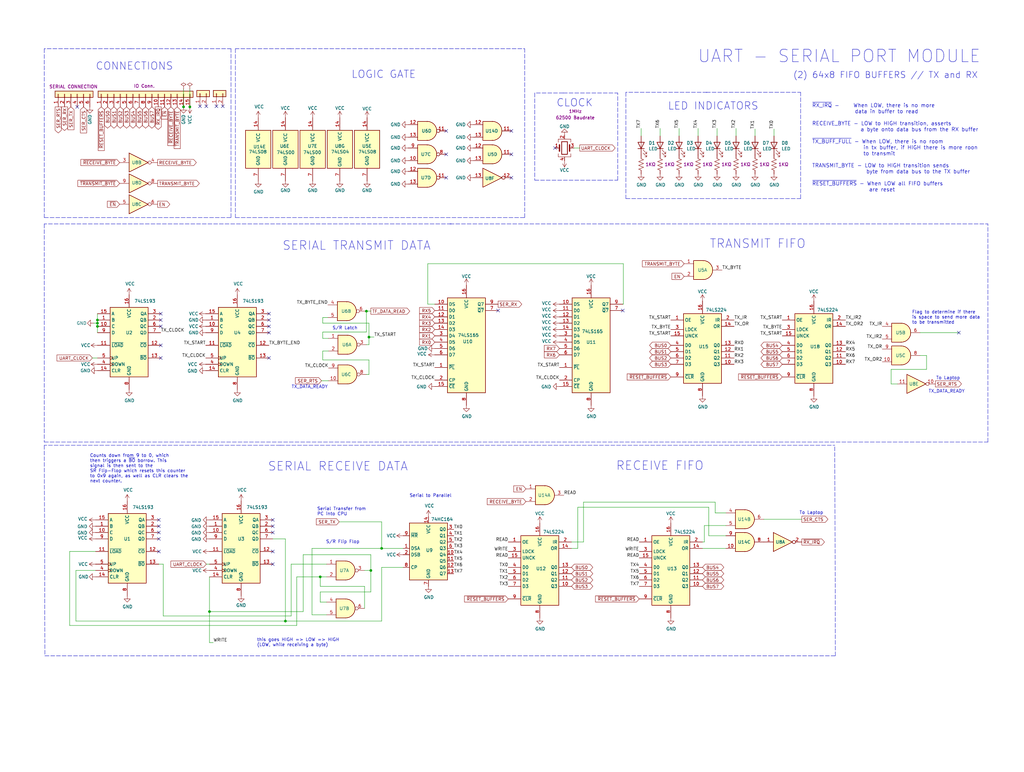
<source format=kicad_sch>
(kicad_sch (version 20211123) (generator eeschema)
  (paper "User" 410.997 310.007)
  (title_block (title "Serial Port (UART)") (date "2022-02-10") (rev "V1") (company "theWickedWebDev/8-bit-computer") (comment 1 "Transmit & Receive w/ FIFO Buffers"))
  (junction (at 147.066 124.968))
  (junction (at 153.162 220.218))
  (junction (at 76.2 42.926))
  (junction (at 148.082 135.382))
  (junction (at 148.844 229.108))
  (junction (at 114.554 249.428))
  (junction (at 39.116 129.794))
  (junction (at 84.074 245.618))
  (junction (at 128.524 231.648))
  (junction (at 39.116 128.524))
  (junction (at 39.116 131.064))
  (junction (at 73.66 42.926))
  (no_connect (at 64.516 143.764))
  (no_connect (at 107.95 143.764))
  (no_connect (at 107.95 128.524))
  (no_connect (at 30.988 42.926))
  (no_connect (at 205.232 52.578))
  (no_connect (at 205.232 71.374))
  (no_connect (at 63.754 213.868))
  (no_connect (at 63.754 208.788))
  (no_connect (at 249.936 124.714))
  (no_connect (at 222.758 59.436))
  (no_connect (at 109.474 211.328))
  (no_connect (at 179.07 52.578))
  (no_connect (at 64.516 125.984))
  (no_connect (at 109.474 221.488))
  (no_connect (at 107.95 133.604))
  (no_connect (at 64.516 131.064))
  (no_connect (at 384.81 133.604))
  (no_connect (at 63.754 221.488))
  (no_connect (at 107.95 125.984))
  (no_connect (at 64.516 128.524))
  (no_connect (at 109.474 213.868))
  (no_connect (at 109.474 208.788))
  (no_connect (at 179.07 71.374))
  (no_connect (at 179.07 61.976))
  (no_connect (at 64.516 138.684))
  (no_connect (at 63.754 216.408))
  (no_connect (at 80.264 42.672))
  (no_connect (at 82.804 42.672))
  (no_connect (at 86.868 42.672))
  (no_connect (at 89.408 42.672))
  (no_connect (at 205.232 61.976))
  (no_connect (at 63.754 211.328))
  (no_connect (at 107.95 131.064))
  (no_connect (at 199.898 124.714))
  (no_connect (at 109.474 226.568))
  (wire (pts (xy 153.162 209.55) (xy 153.162 220.218)))
  (wire (pts (xy 281.94 220.218) (xy 291.338 220.218)))
  (wire (pts (xy 121.666 222.758) (xy 148.844 222.758)))
  (wire (pts (xy 303.022 51.816) (xy 303.022 54.61)))
  (wire (pts (xy 171.704 105.918) (xy 250.19 105.918)))
  (polyline (pts (xy 396.494 177.546) (xy 396.494 89.916)))
  (wire (pts (xy 310.642 51.816) (xy 310.642 54.61)))
  (wire (pts (xy 116.84 226.568) (xy 116.84 247.396)))
  (wire (pts (xy 84.074 231.648) (xy 84.074 245.618)))
  (wire (pts (xy 287.02 205.994) (xy 291.338 205.994)))
  (polyline (pts (xy 116.586 19.558) (xy 94.488 19.558)))
  (wire (pts (xy 37.084 143.764) (xy 39.116 143.764)))
  (wire (pts (xy 63.754 226.568) (xy 65.532 226.568)))
  (polyline (pts (xy 17.78 19.558) (xy 17.78 87.376)))
  (wire (pts (xy 129.54 127.508) (xy 131.572 127.508)))
  (wire (pts (xy 129.54 140.97) (xy 131.826 140.97)))
  (wire (pts (xy 39.116 128.524) (xy 39.116 129.794)))
  (wire (pts (xy 37.592 129.794) (xy 39.116 129.794)))
  (polyline (pts (xy 112.522 178.816) (xy 335.026 178.816)))
  (polyline (pts (xy 226.06 37.338) (xy 214.63 37.338)))
  (wire (pts (xy 369.316 142.748) (xy 371.856 142.748)))
  (wire (pts (xy 153.162 249.428) (xy 114.554 249.428)))
  (wire (pts (xy 147.066 124.968) (xy 146.812 124.968)))
  (polyline (pts (xy 116.332 19.558) (xy 210.566 19.558)))
  (wire (pts (xy 250.19 105.918) (xy 250.19 122.174)))
  (wire (pts (xy 114.554 249.428) (xy 114.554 216.408)))
  (wire (pts (xy 171.704 122.174) (xy 171.704 105.918)))
  (wire (pts (xy 161.798 220.218) (xy 153.162 220.218)))
  (wire (pts (xy 234.188 201.676) (xy 287.02 201.676)))
  (polyline (pts (xy 94.488 87.376) (xy 210.566 87.376)))
  (wire (pts (xy 129.54 135.89) (xy 131.826 135.89)))
  (wire (pts (xy 231.902 203.708) (xy 231.902 220.218)))
  (polyline (pts (xy 214.63 72.39) (xy 247.904 72.39)))
  (polyline (pts (xy 251.206 37.084) (xy 251.206 79.756)))
  (wire (pts (xy 114.554 216.408) (xy 109.474 216.408)))
  (polyline (pts (xy 214.63 37.338) (xy 214.63 72.39)))
  (wire (pts (xy 229.362 217.678) (xy 234.188 217.678)))
  (wire (pts (xy 284.48 215.138) (xy 284.48 203.708)))
  (wire (pts (xy 30.48 249.428) (xy 114.554 249.428)))
  (wire (pts (xy 84.074 245.618) (xy 121.666 245.618)))
  (polyline (pts (xy 94.488 19.558) (xy 94.488 87.376)))
  (wire (pts (xy 147.066 124.968) (xy 148.844 124.968)))
  (wire (pts (xy 153.162 249.428) (xy 153.162 227.838)))
  (wire (pts (xy 272.542 51.562) (xy 272.542 54.61)))
  (wire (pts (xy 231.902 220.218) (xy 229.362 220.218)))
  (wire (pts (xy 282.702 211.074) (xy 291.338 211.074)))
  (wire (pts (xy 295.402 51.562) (xy 295.402 54.61)))
  (wire (pts (xy 147.066 133.35) (xy 129.54 133.35)))
  (wire (pts (xy 174.498 122.174) (xy 171.704 122.174)))
  (wire (pts (xy 148.082 129.794) (xy 148.082 135.382)))
  (wire (pts (xy 129.54 129.794) (xy 129.54 127.508)))
  (wire (pts (xy 65.532 226.568) (xy 65.532 247.396)))
  (wire (pts (xy 27.94 251.206) (xy 119.126 251.206)))
  (polyline (pts (xy 251.206 79.756) (xy 321.31 79.756)))
  (wire (pts (xy 119.126 231.648) (xy 128.524 231.648)))
  (wire (pts (xy 148.844 229.108) (xy 148.844 237.744)))
  (wire (pts (xy 27.94 221.488) (xy 27.94 251.206)))
  (polyline (pts (xy 52.578 19.558) (xy 17.78 19.558)))
  (wire (pts (xy 73.66 35.814) (xy 73.66 42.926)))
  (wire (pts (xy 357.632 148.336) (xy 357.632 154.178)))
  (wire (pts (xy 125.222 246.888) (xy 131.064 246.888)))
  (polyline (pts (xy 18.034 263.398) (xy 335.28 263.398)))
  (wire (pts (xy 230.378 59.436) (xy 232.664 59.436)))
  (wire (pts (xy 371.856 148.336) (xy 357.632 148.336)))
  (wire (pts (xy 84.074 258.064) (xy 85.598 258.064)))
  (wire (pts (xy 321.818 208.534) (xy 306.578 208.534)))
  (wire (pts (xy 234.188 217.678) (xy 234.188 201.676)))
  (wire (pts (xy 121.666 245.618) (xy 121.666 222.758)))
  (polyline (pts (xy 226.06 37.338) (xy 247.904 37.338)))
  (wire (pts (xy 146.304 229.108) (xy 148.844 229.108)))
  (wire (pts (xy 282.702 217.678) (xy 282.702 211.074)))
  (wire (pts (xy 128.524 231.648) (xy 131.064 231.648)))
  (wire (pts (xy 287.782 51.562) (xy 287.782 54.61)))
  (wire (pts (xy 280.162 51.562) (xy 280.162 54.61)))
  (polyline (pts (xy 17.78 89.916) (xy 17.78 177.546)))
  (wire (pts (xy 287.02 201.676) (xy 287.02 205.994)))
  (polyline (pts (xy 17.78 178.816) (xy 18.034 263.398)))
  (wire (pts (xy 129.54 133.35) (xy 129.54 135.89)))
  (wire (pts (xy 125.222 220.218) (xy 153.162 220.218)))
  (polyline (pts (xy 321.31 79.756) (xy 321.31 37.084)))
  (wire (pts (xy 250.19 122.174) (xy 249.936 122.174)))
  (wire (pts (xy 148.082 135.382) (xy 148.082 138.43)))
  (wire (pts (xy 129.54 144.526) (xy 148.082 144.526)))
  (wire (pts (xy 146.304 235.458) (xy 128.524 235.458)))
  (polyline (pts (xy 335.28 263.398) (xy 335.026 178.816)))
  (wire (pts (xy 136.144 209.55) (xy 153.162 209.55)))
  (wire (pts (xy 128.524 235.458) (xy 128.524 231.648)))
  (wire (pts (xy 129.032 152.908) (xy 131.826 152.908)))
  (wire (pts (xy 148.844 229.108) (xy 148.844 222.758)))
  (wire (pts (xy 369.316 133.604) (xy 384.81 133.604)))
  (wire (pts (xy 147.066 150.368) (xy 148.082 150.368)))
  (polyline (pts (xy 17.78 87.376) (xy 92.71 87.376)))
  (wire (pts (xy 264.922 51.562) (xy 264.922 54.61)))
  (wire (pts (xy 147.066 124.968) (xy 147.066 133.35)))
  (polyline (pts (xy 210.566 87.376) (xy 210.566 19.558)))
  (wire (pts (xy 257.302 51.562) (xy 257.302 54.61)))
  (wire (pts (xy 76.2 35.814) (xy 76.2 42.926)))
  (wire (pts (xy 148.082 129.794) (xy 129.54 129.794)))
  (polyline (pts (xy 112.522 178.816) (xy 17.78 178.816)))
  (wire (pts (xy 284.48 215.138) (xy 291.338 215.138)))
  (polyline (pts (xy 17.78 177.546) (xy 396.494 177.546)))
  (wire (pts (xy 282.702 217.678) (xy 281.94 217.678)))
  (polyline (pts (xy 92.71 87.376) (xy 92.71 19.558)))
  (wire (pts (xy 371.856 142.748) (xy 371.856 148.336)))
  (wire (pts (xy 128.524 241.808) (xy 131.064 241.808)))
  (polyline (pts (xy 247.904 72.39) (xy 247.904 37.338)))
  (polyline (pts (xy 52.324 19.558) (xy 92.71 19.558)))
  (wire (pts (xy 148.082 144.526) (xy 148.082 150.368)))
  (wire (pts (xy 357.632 154.178) (xy 360.172 154.178)))
  (wire (pts (xy 284.48 203.708) (xy 231.902 203.708)))
  (wire (pts (xy 39.116 125.984) (xy 39.116 128.524)))
  (wire (pts (xy 116.84 226.568) (xy 131.064 226.568)))
  (wire (pts (xy 148.082 135.382) (xy 150.114 135.382)))
  (polyline (pts (xy 283.464 37.084) (xy 321.31 37.084)))
  (wire (pts (xy 128.524 237.744) (xy 128.524 241.808)))
  (wire (pts (xy 153.162 227.838) (xy 161.798 227.838)))
  (polyline (pts (xy 283.718 37.084) (xy 251.206 37.084)))
  (wire (pts (xy 148.844 237.744) (xy 128.524 237.744)))
  (wire (pts (xy 39.116 129.794) (xy 39.116 131.064)))
  (polyline (pts (xy 180.594 89.916) (xy 396.494 89.916)))
  (wire (pts (xy 125.222 220.218) (xy 125.222 246.888)))
  (wire (pts (xy 82.804 226.568) (xy 84.074 226.568)))
  (polyline (pts (xy 181.102 89.916) (xy 17.78 89.916)))
  (wire (pts (xy 30.48 229.108) (xy 30.48 249.428)))
  (wire (pts (xy 146.304 244.348) (xy 146.304 235.458)))
  (wire (pts (xy 38.354 229.108) (xy 30.48 229.108)))
  (wire (pts (xy 38.354 221.488) (xy 27.94 221.488)))
  (wire (pts (xy 39.116 131.064) (xy 39.116 133.604)))
  (wire (pts (xy 84.074 245.618) (xy 84.074 258.064)))
  (wire (pts (xy 119.126 251.206) (xy 119.126 231.648)))
  (wire (pts (xy 147.066 138.43) (xy 148.082 138.43)))
  (wire (pts (xy 65.532 247.396) (xy 116.84 247.396)))
  (wire (pts (xy 129.54 144.526) (xy 129.54 140.97)))
  (text "S/R Latch" (at 143.51 132.588 180) (effects (font (size 1.27 1.27)) (justify right bottom)))
  (text "TRANSMIT FIFO" (at 284.734 100.076 0) (effects (font (size 3.5 3.5)) (justify left bottom)))
  (text "~{RX_IRQ} -     When LOW, there is no more\n               data in buffer to read\n\nRECEIVE_BYTE - LOW to HIGH transition, asserts\n                 a byte onto data bus from the RX buffer\n\n~{TX_BUFF_FULL} - When LOW, there is no room\n                  in tx buffer, if HIGH there is more roon\n                  to transmit\n\nTRANSMIT_BYTE - LOW to HIGH transition sends \n                   byte from data bus to the TX buffer\n\n~{RESET_BUFFERS} - When LOW all FIFO buffers\n                    are reset" (at 325.882 77.216 0) (effects (font (size 1.5 1.5)) (justify left bottom)))
  (text "Serial Transfer from\nPC into CPU" (at 127.254 207.264 0) (effects (font (size 1.27 1.27)) (justify left bottom)))
  (text "TX_DATA_READY" (at 372.618 157.988 0) (effects (font (size 1.27 1.27)) (justify left bottom)))
  (text "RECEIVE FIFO" (at 247.142 189.23 0) (effects (font (size 3.5 3.5)) (justify left bottom)))
  (text "To Laptop" (at 320.802 206.756 0) (effects (font (size 1.27 1.27)) (justify left bottom)))
  (text "S/R Flip Flop" (at 130.81 218.44 0) (effects (font (size 1.27 1.27)) (justify left bottom)))
  (text "To Laptop" (at 375.666 152.654 0) (effects (font (size 1.27 1.27)) (justify left bottom)))
  (text "Serial to Parallel" (at 164.338 199.898 0) (effects (font (size 1.27 1.27)) (justify left bottom)))
  (text "TX_DATA_READY" (at 131.572 156.21 180) (effects (font (size 1.27 1.27)) (justify right bottom)))
  (text "Counts down from 9 to 0, which\nthen triggers a ~{BO} borrow. This\nsignal is then sent to the \nSR Flip-Flop which resets this counter\nto 0x9 again, as well as CLR clears the\nnext counter." (at 36.068 194.056 0) (effects (font (size 1.27 1.27)) (justify left bottom)))
  (text "SERIAL RECEIVE DATA" (at 107.442 189.484 0) (effects (font (size 3.5 3.5)) (justify left bottom)))
  (text "this goes HIGH => LOW => HIGH\n(LOW, while receiving a byte)" (at 103.124 259.842 0) (effects (font (size 1.27 1.27)) (justify left bottom)))
  (text "LED INDICATORS" (at 267.97 44.45 0) (effects (font (size 3 3)) (justify left bottom)))
  (text "SERIAL TRANSMIT DATA" (at 113.284 100.838 0) (effects (font (size 3.5 3.5)) (justify left bottom)))
  (text "UART - SERIAL PORT MODULE" (at 279.908 25.654 0) (effects (font (size 5 5)) (justify left bottom)))
  (text "Flag to determine if there\nis space to send more data\nto be transmitted" (at 366.014 130.302 0) (effects (font (size 1.27 1.27)) (justify left bottom)))
  (text "(2) 64x8 FIFO BUFFERS // TX and RX" (at 318.262 31.75 0) (effects (font (size 2.5 2.5)) (justify left bottom)))
  (text "CONNECTIONS" (at 38.354 28.448 0) (effects (font (size 3 3)) (justify left bottom)))
  (text "CLOCK" (at 223.266 43.18 0) (effects (font (size 3 3)) (justify left bottom)))
  (text "LOGIC GATE" (at 140.97 31.75 0) (effects (font (size 3 3)) (justify left bottom)))
  (label "TX_START" (at 174.498 147.574 180))
  (label "TX_START" (at 224.536 147.574 180))
  (label "TX4" (at 256.54 227.838 180))
  (label "RX2" (at 294.64 143.764 0))
  (label "READ" (at 256.54 217.678 180))
  (label "TX_OR2" (at 339.344 131.064 0))
  (label "TX0" (at 203.962 227.838 180))
  (label "READ" (at 203.962 224.028 180))
  (label "TX_BYTE_END" (at 107.95 138.684 0))
  (label "TX5" (at 182.118 225.298 0))
  (label "TX4" (at 182.118 222.758 0))
  (label "TX3" (at 182.118 220.218 0))
  (label "TX7" (at 257.302 51.562 90))
  (label "RX7" (at 339.344 146.304 0))
  (label "TX7" (at 256.54 235.458 180))
  (label "TX4" (at 280.162 51.562 90))
  (label "WRITE" (at 85.598 258.064 0))
  (label "TX3" (at 287.782 51.562 90))
  (label "TX6" (at 256.54 232.918 180))
  (label "RX5" (at 339.344 141.224 0))
  (label "WRITE" (at 203.962 221.488 180))
  (label "TX_START" (at 150.114 135.382 0))
  (label "TX_OR" (at 354.076 140.208 180))
  (label "TX_BYTE" (at 269.24 132.334 180))
  (label "READ" (at 226.314 198.882 0))
  (label "TX3" (at 203.962 235.458 180))
  (label "TX6" (at 264.922 51.562 90))
  (label "READ" (at 256.54 224.028 180))
  (label "TX1" (at 203.962 230.378 180))
  (label "TX5" (at 272.542 51.562 90))
  (label "TX2" (at 295.402 51.562 90))
  (label "TX_CLOCK" (at 64.516 133.604 0))
  (label "TX_IR" (at 354.076 131.064 180))
  (label "WRITE" (at 256.54 221.488 180))
  (label "READ" (at 203.962 217.678 180))
  (label "RX3" (at 294.64 146.304 0))
  (label "TX_OR2" (at 354.076 145.288 180))
  (label "RX6" (at 339.344 143.764 0))
  (label "RX1" (at 294.64 141.224 0))
  (label "TX_IR2" (at 339.344 128.524 0))
  (label "TX_CLOCK" (at 82.55 143.764 180))
  (label "TX5" (at 256.54 230.378 180))
  (label "TX_CLOCK" (at 224.536 152.654 180))
  (label "TX0" (at 310.642 51.816 90))
  (label "TX_START" (at 313.944 134.874 180))
  (label "TX1" (at 303.022 51.816 90))
  (label "TX_IR2" (at 354.076 136.144 180))
  (label "TX7" (at 182.118 230.378 0))
  (label "TX_CLOCK" (at 131.826 147.828 180))
  (label "TX_BYTE" (at 313.944 132.334 180))
  (label "TX_START" (at 82.55 138.684 180))
  (label "TX1" (at 182.118 215.138 0))
  (label "TX_START" (at 269.24 128.524 180))
  (label "TX0" (at 182.118 212.598 0))
  (label "TX_BYTE" (at 289.814 108.458 0))
  (label "TX_BYTE_END" (at 131.572 122.428 180))
  (label "TX2" (at 182.118 217.678 0))
  (label "RX4" (at 339.344 138.684 0))
  (label "TX_START" (at 269.24 134.874 180))
  (label "TX_CLOCK" (at 174.498 152.654 180))
  (label "TX_IR" (at 294.64 128.524 0))
  (label "RX0" (at 294.64 138.684 0))
  (label "TX_OR" (at 294.64 131.064 0))
  (label "TX2" (at 203.962 232.918 180))
  (label "TX_START" (at 313.944 128.524 180))
  (label "TX6" (at 182.118 227.838 0))
  (global_label "TRANSMIT_BYTE" (shape output) (at 63.246 73.66 0) (property "Intersheet References" "${INTERSHEET_REFS}" (effects hide)))
  (global_label "~{RESET_BUFFERS}" (shape input) (at 40.64 42.926 270) (property "Intersheet References" "${INTERSHEET_REFS}" (effects hide)))
  (global_label "BUS0" (shape tri_state) (at 43.18 42.926 270) (property "Intersheet References" "${INTERSHEET_REFS}" (effects hide)))
  (global_label "BUS4" (shape tri_state) (at 281.94 227.838 0) (property "Intersheet References" "${INTERSHEET_REFS}" (effects hide)))
  (global_label "~{RX_IRQ}" (shape output) (at 63.5 42.926 270) (property "Intersheet References" "${INTERSHEET_REFS}" (effects hide)))
  (global_label "UART_CLOCK" (shape output) (at 232.664 59.436 0) (property "Intersheet References" "${INTERSHEET_REFS}" (effects hide)))
  (global_label "BUS4" (shape tri_state) (at 313.944 138.684 180) (property "Intersheet References" "${INTERSHEET_REFS}" (effects hide)))
  (global_label "BUS0" (shape tri_state) (at 269.24 138.684 180) (property "Intersheet References" "${INTERSHEET_REFS}" (effects hide)))
  (global_label "BUS7" (shape tri_state) (at 60.96 42.926 270) (property "Intersheet References" "${INTERSHEET_REFS}" (effects hide)))
  (global_label "TRANSMIT_BYTE" (shape input) (at 274.574 105.918 180) (property "Intersheet References" "${INTERSHEET_REFS}" (effects hide)))
  (global_label "BUS6" (shape tri_state) (at 58.42 42.926 270) (property "Intersheet References" "${INTERSHEET_REFS}" (effects hide)))
  (global_label "BUS3" (shape tri_state) (at 50.8 42.926 270) (property "Intersheet References" "${INTERSHEET_REFS}" (effects hide)))
  (global_label "~{RESET_BUFFERS}" (shape input) (at 256.54 240.538 180) (property "Intersheet References" "${INTERSHEET_REFS}" (effects hide)))
  (global_label "UART_CLOCK" (shape input) (at 82.804 226.568 180) (property "Intersheet References" "${INTERSHEET_REFS}" (effects hide)))
  (global_label "RX7" (shape input) (at 224.536 139.954 180) (property "Intersheet References" "${INTERSHEET_REFS}" (effects hide)))
  (global_label "BUS5" (shape tri_state) (at 55.88 42.926 270) (property "Intersheet References" "${INTERSHEET_REFS}" (effects hide)))
  (global_label "EN" (shape output) (at 63.246 82.042 0) (property "Intersheet References" "${INTERSHEET_REFS}" (effects hide)))
  (global_label "RX5" (shape input) (at 174.498 124.714 180) (property "Intersheet References" "${INTERSHEET_REFS}" (effects hide)))
  (global_label "EN" (shape input) (at 274.574 110.998 180) (property "Intersheet References" "${INTERSHEET_REFS}" (effects hide)))
  (global_label "SER_RTS" (shape input) (at 129.032 152.908 180) (property "Intersheet References" "${INTERSHEET_REFS}" (effects hide)))
  (global_label "BUS1" (shape tri_state) (at 229.362 230.378 0) (property "Intersheet References" "${INTERSHEET_REFS}" (effects hide)))
  (global_label "RECEIVE_BYTE" (shape output) (at 63.246 65.278 0) (property "Intersheet References" "${INTERSHEET_REFS}" (effects hide)))
  (global_label "BUS5" (shape tri_state) (at 281.94 230.378 0) (property "Intersheet References" "${INTERSHEET_REFS}" (effects hide)))
  (global_label "SER_CTS" (shape input) (at 33.528 42.926 270) (property "Intersheet References" "${INTERSHEET_REFS}" (effects hide)))
  (global_label "BUS5" (shape tri_state) (at 313.944 141.224 180) (property "Intersheet References" "${INTERSHEET_REFS}" (effects hide)))
  (global_label "~{RX_IRQ}" (shape output) (at 321.818 217.678 0) (property "Intersheet References" "${INTERSHEET_REFS}" (effects hide)))
  (global_label "BUS6" (shape tri_state) (at 313.944 143.764 180) (property "Intersheet References" "${INTERSHEET_REFS}" (effects hide)))
  (global_label "BUS6" (shape tri_state) (at 281.94 232.918 0) (property "Intersheet References" "${INTERSHEET_REFS}" (effects hide)))
  (global_label "SER_RTS" (shape output) (at 23.368 42.926 270) (property "Intersheet References" "${INTERSHEET_REFS}" (effects hide)))
  (global_label "SER_RTS" (shape output) (at 375.412 154.178 0) (property "Intersheet References" "${INTERSHEET_REFS}" (effects hide)))
  (global_label "~{EN}" (shape input) (at 48.006 82.042 180) (property "Intersheet References" "${INTERSHEET_REFS}" (effects hide)))
  (global_label "BUS2" (shape tri_state) (at 269.24 143.764 180) (property "Intersheet References" "${INTERSHEET_REFS}" (effects hide)))
  (global_label "BUS7" (shape tri_state) (at 281.94 235.458 0) (property "Intersheet References" "${INTERSHEET_REFS}" (effects hide)))
  (global_label "~{RECEIVE_BYTE}" (shape input) (at 48.006 65.278 180) (property "Intersheet References" "${INTERSHEET_REFS}" (effects hide)))
  (global_label "EN" (shape input) (at 211.074 196.342 180) (property "Intersheet References" "${INTERSHEET_REFS}" (effects hide)))
  (global_label "RX6" (shape input) (at 224.536 142.494 180) (property "Intersheet References" "${INTERSHEET_REFS}" (effects hide)))
  (global_label "~{RECEIVE_BYTE}" (shape input) (at 68.58 42.926 270) (property "Intersheet References" "${INTERSHEET_REFS}" (effects hide)))
  (global_label "TF_DATA_READ" (shape output) (at 148.844 124.968 0) (property "Intersheet References" "${INTERSHEET_REFS}" (effects hide)))
  (global_label "SER_RX" (shape output) (at 199.898 122.174 0) (property "Intersheet References" "${INTERSHEET_REFS}" (effects hide)))
  (global_label "RX4" (shape input) (at 174.498 127.254 180) (property "Intersheet References" "${INTERSHEET_REFS}" (effects hide)))
  (global_label "SER_CTS" (shape output) (at 321.818 208.534 0) (property "Intersheet References" "${INTERSHEET_REFS}" (effects hide)))
  (global_label "BUS2" (shape tri_state) (at 229.362 232.918 0) (property "Intersheet References" "${INTERSHEET_REFS}" (effects hide)))
  (global_label "RX0" (shape input) (at 174.498 137.414 180) (property "Intersheet References" "${INTERSHEET_REFS}" (effects hide)))
  (global_label "~{RESET_BUFFERS}" (shape input) (at 269.24 151.384 180) (property "Intersheet References" "${INTERSHEET_REFS}" (effects hide)))
  (global_label "RX2" (shape input) (at 174.498 132.334 180) (property "Intersheet References" "${INTERSHEET_REFS}" (effects hide)))
  (global_label "SER_TX" (shape input) (at 28.448 42.926 270) (property "Intersheet References" "${INTERSHEET_REFS}" (effects hide)))
  (global_label "BUS3" (shape tri_state) (at 229.362 235.458 0) (property "Intersheet References" "${INTERSHEET_REFS}" (effects hide)))
  (global_label "~{RESET_BUFFERS}" (shape input) (at 313.944 151.384 180) (property "Intersheet References" "${INTERSHEET_REFS}" (effects hide)))
  (global_label "RECEIVE_BYTE" (shape input) (at 211.074 201.422 180) (property "Intersheet References" "${INTERSHEET_REFS}" (effects hide)))
  (global_label "BUS1" (shape tri_state) (at 45.72 42.926 270) (property "Intersheet References" "${INTERSHEET_REFS}" (effects hide)))
  (global_label "UART_CLOCK" (shape input) (at 37.084 143.764 180) (property "Intersheet References" "${INTERSHEET_REFS}" (effects hide)))
  (global_label "BUS0" (shape tri_state) (at 229.362 227.838 0) (property "Intersheet References" "${INTERSHEET_REFS}" (effects hide)))
  (global_label "SER_RX" (shape output) (at 25.908 42.926 270) (property "Intersheet References" "${INTERSHEET_REFS}" (effects hide)))
  (global_label "~{TRANSMIT_BYTE}" (shape input) (at 48.006 73.66 180) (property "Intersheet References" "${INTERSHEET_REFS}" (effects hide)))
  (global_label "BUS2" (shape tri_state) (at 48.26 42.926 270) (property "Intersheet References" "${INTERSHEET_REFS}" (effects hide)))
  (global_label "BUS3" (shape tri_state) (at 269.24 146.304 180) (property "Intersheet References" "${INTERSHEET_REFS}" (effects hide)))
  (global_label "RX3" (shape input) (at 174.498 129.794 180) (property "Intersheet References" "${INTERSHEET_REFS}" (effects hide)))
  (global_label "~{RESET_BUFFERS}" (shape input) (at 203.962 240.538 180) (property "Intersheet References" "${INTERSHEET_REFS}" (effects hide)))
  (global_label "RX1" (shape input) (at 174.498 134.874 180) (property "Intersheet References" "${INTERSHEET_REFS}" (effects hide)))
  (global_label "SER_TX" (shape input) (at 136.144 209.55 180) (property "Intersheet References" "${INTERSHEET_REFS}" (effects hide)))
  (global_label "~{EN}" (shape input) (at 66.04 42.926 270) (property "Intersheet References" "${INTERSHEET_REFS}" (effects hide)))
  (global_label "BUS7" (shape tri_state) (at 313.944 146.304 180) (property "Intersheet References" "${INTERSHEET_REFS}" (effects hide)))
  (global_label "BUS4" (shape tri_state) (at 53.34 42.926 270) (property "Intersheet References" "${INTERSHEET_REFS}" (effects hide)))
  (global_label "BUS1" (shape tri_state) (at 269.24 141.224 180) (property "Intersheet References" "${INTERSHEET_REFS}" (effects hide)))
  (global_label "~{TRANSMIT_BYTE}" (shape input) (at 71.12 42.926 270) (property "Intersheet References" "${INTERSHEET_REFS}" (effects hide)))
  (symbol (lib_id "74xx:74LS193") (at 51.816 136.144 0) (unit 1)
    (property "Reference" "U2" (at 51.816 133.604 0))
    (property "Value" "74LS193" (at 58.166 120.904 0))
    (property "Footprint" "Package_SO:TSSOP-16_4.4x5mm_P0.65mm" (effects hide))
    (property "Datasheet" "http://www.ti.com/lit/ds/symlink/sn74ls193.pdf" (effects hide))
  )
  (symbol (lib_id "74xx:74LS165") (at 187.198 137.414 0) (unit 1)
    (property "Reference" "U10" (at 187.706 137.16 0))
    (property "Value" "74LS165" (at 187.96 134.62 0))
    (property "Footprint" "Package_SO:TSSOP-16_4.4x5mm_P0.65mm" (effects hide))
    (property "Datasheet" "https://www.ti.com/lit/ds/symlink/sn74ls165a.pdf" (effects hide))
  )
  (symbol (lib_id "power:VCC") (at 51.816 118.364 0) (unit 1)
    (property "Reference" "#PWR016" (effects hide))
    (property "Value" "VCC" (at 52.197 113.9698 0))
  )
  (symbol (lib_id "power:GND") (at 51.816 156.464 0) (unit 1)
    (property "Reference" "#PWR017" (effects hide))
    (property "Value" "GND" (at 51.943 160.8582 0))
  )
  (symbol (lib_id "74xx:74LS193") (at 95.25 136.144 0) (unit 1)
    (property "Reference" "U4" (at 95.25 133.604 0))
    (property "Value" "74LS193" (at 101.6 120.904 0))
    (property "Footprint" "Package_SO:TSSOP-16_4.4x5mm_P0.65mm" (effects hide))
    (property "Datasheet" "http://www.ti.com/lit/ds/symlink/sn74ls193.pdf" (effects hide))
  )
  (symbol (lib_id "power:VCC") (at 95.25 118.364 0) (unit 1)
    (property "Reference" "#PWR032" (effects hide))
    (property "Value" "VCC" (at 95.631 113.9698 0))
  )
  (symbol (lib_id "power:GND") (at 95.25 156.464 0) (unit 1)
    (property "Reference" "#PWR033" (effects hide))
    (property "Value" "GND" (at 95.377 160.8582 0))
  )
  (symbol (lib_id "power:VCC") (at 82.55 146.304 90) (unit 1)
    (property "Reference" "#PWR028" (effects hide))
    (property "Value" "VCC" (at 79.248 146.304 90) (effects (justify left)))
  )
  (symbol (lib_id "power:VCC") (at 39.116 146.304 90) (unit 1)
    (property "Reference" "#PWR010" (effects hide))
    (property "Value" "VCC" (at 36.322 146.304 90) (effects (justify left)))
  )
  (symbol (lib_id "power:GND") (at 39.116 148.844 270) (unit 1)
    (property "Reference" "#PWR011" (effects hide))
    (property "Value" "GND" (at 36.322 148.844 90) (effects (justify right)))
  )
  (symbol (lib_id "power:VCC") (at 39.116 138.684 90) (unit 1)
    (property "Reference" "#PWR09" (effects hide))
    (property "Value" "VCC" (at 36.322 138.684 90) (effects (justify left)))
  )
  (symbol (lib_id "power:GND") (at 187.198 162.814 0) (unit 1)
    (property "Reference" "#PWR057" (effects hide))
    (property "Value" "GND" (at 187.325 167.2082 0))
  )
  (symbol (lib_id "power:VCC") (at 187.198 114.554 0) (unit 1)
    (property "Reference" "#PWR056" (effects hide))
    (property "Value" "VCC" (at 187.198 110.998 0))
  )
  (symbol (lib_id "74xx:74LS165") (at 237.236 137.414 0) (unit 1)
    (property "Reference" "U11" (at 237.236 137.414 0))
    (property "Value" "74LS165" (at 237.744 133.096 0))
    (property "Footprint" "Package_SO:TSSOP-16_4.4x5mm_P0.65mm" (effects hide))
    (property "Datasheet" "https://www.ti.com/lit/ds/symlink/sn74ls165a.pdf" (effects hide))
  )
  (symbol (lib_id "power:GND") (at 237.236 162.814 0) (unit 1)
    (property "Reference" "#PWR071" (effects hide))
    (property "Value" "GND" (at 237.363 167.2082 0))
  )
  (symbol (lib_id "power:VCC") (at 237.236 114.554 0) (unit 1)
    (property "Reference" "#PWR070" (effects hide))
    (property "Value" "VCC" (at 237.236 110.998 0))
  )
  (symbol (lib_id "power:VCC") (at 174.498 142.494 90) (unit 1)
    (property "Reference" "#PWR052" (effects hide))
    (property "Value" "VCC" (at 171.2722 142.113 90) (effects (justify left)))
  )
  (symbol (lib_id "power:VCC") (at 224.536 122.174 90) (unit 1)
    (property "Reference" "#PWR060" (effects hide))
    (property "Value" "VCC" (at 221.2848 121.793 90) (effects (justify left)))
  )
  (symbol (lib_id "power:GND") (at 174.498 155.194 270) (unit 1)
    (property "Reference" "#PWR053" (effects hide))
    (property "Value" "GND" (at 171.2468 155.321 90) (effects (justify right)))
  )
  (symbol (lib_id "power:GND") (at 224.536 155.194 270) (unit 1)
    (property "Reference" "#PWR067" (effects hide))
    (property "Value" "GND" (at 221.2848 155.321 90) (effects (justify right)))
  )
  (symbol (lib_id "power:VCC") (at 224.536 134.874 90) (unit 1)
    (property "Reference" "#PWR065" (effects hide))
    (property "Value" "VCC" (at 221.3102 134.493 90) (effects (justify left)))
  )
  (symbol (lib_id "power:VCC") (at 224.536 124.714 90) (unit 1)
    (property "Reference" "#PWR061" (effects hide))
    (property "Value" "VCC" (at 221.2848 124.333 90) (effects (justify left)))
  )
  (symbol (lib_id "power:VCC") (at 224.536 127.254 90) (unit 1)
    (property "Reference" "#PWR062" (effects hide))
    (property "Value" "VCC" (at 221.2848 126.873 90) (effects (justify left)))
  )
  (symbol (lib_id "power:VCC") (at 224.536 129.794 90) (unit 1)
    (property "Reference" "#PWR063" (effects hide))
    (property "Value" "VCC" (at 221.2848 129.413 90) (effects (justify left)))
  )
  (symbol (lib_id "power:VCC") (at 224.536 132.334 90) (unit 1)
    (property "Reference" "#PWR064" (effects hide))
    (property "Value" "VCC" (at 221.2848 131.953 90) (effects (justify left)))
  )
  (symbol (lib_id "Connector_Generic:Conn_01x15") (at 58.42 37.846 90) (unit 1)
    (property "Reference" "J2" (effects hide))
    (property "Value" "Conn_01x15" (effects hide))
    (property "Footprint" "Connector_PinHeader_2.54mm:PinHeader_1x15_P2.54mm_Vertical" (effects hide))
    (property "Field4" "IO Conn." (at 57.912 34.544 90))
  )
  (symbol (lib_id "power:VCC") (at 76.2 42.926 180) (unit 1)
    (property "Reference" "#PWR013" (effects hide))
    (property "Value" "VCC" (at 76.2 48.006 90))
  )
  (symbol (lib_id "power:GND") (at 73.66 42.926 0) (unit 1)
    (property "Reference" "#PWR012" (effects hide))
    (property "Value" "GND" (at 73.66 48.006 90))
  )
  (symbol (lib_id "power:PWR_FLAG") (at 76.2 35.814 0) (unit 1)
    (property "Reference" "#FLG02" (effects hide))
    (property "Value" "PWR_FLAG" (effects hide))
  )
  (symbol (lib_id "power:PWR_FLAG") (at 73.66 35.814 0) (unit 1)
    (property "Reference" "#FLG01" (effects hide))
    (property "Value" "PWR_FLAG" (effects hide))
  )
  (symbol (lib_id "74xx:74LS00") (at 139.446 138.43 0) (unit 1)
    (property "Reference" "U6" (at 139.192 138.43 0))
    (property "Value" "74LS00" (effects hide))
    (property "Footprint" "Package_SO:TSSOP-14_4.4x5mm_P0.65mm" (effects hide))
    (property "Datasheet" "http://www.ti.com/lit/gpn/sn74ls00" (effects hide))
  )
  (symbol (lib_id "74xx:74LS00") (at 139.192 124.968 0) (unit 2)
    (property "Reference" "U6" (at 138.938 124.968 0))
    (property "Value" "74LS00" (effects hide))
    (property "Footprint" "Package_SO:TSSOP-14_4.4x5mm_P0.65mm" (effects hide))
    (property "Datasheet" "http://www.ti.com/lit/gpn/sn74ls00" (effects hide))
  )
  (symbol (lib_id "74xx:74LS00") (at 114.554 59.944 0) (unit 5)
    (property "Reference" "U6" (at 112.268 58.674 0) (effects (justify left)))
    (property "Value" "74LS00" (at 110.998 61.214 0) (effects (justify left)))
    (property "Footprint" "Package_SO:TSSOP-14_4.4x5mm_P0.65mm" (effects hide))
    (property "Datasheet" "http://www.ti.com/lit/gpn/sn74ls00" (effects hide))
  )
  (symbol (lib_id "power:VCC") (at 114.554 47.244 0) (unit 1)
    (property "Reference" "#PWR036" (effects hide))
    (property "Value" "VCC" (at 114.554 43.434 0))
  )
  (symbol (lib_id "power:GND") (at 114.554 72.644 0) (unit 1)
    (property "Reference" "#PWR037" (effects hide))
    (property "Value" "GND" (at 114.554 76.454 0))
  )
  (symbol (lib_id "74xx:74LS00") (at 139.446 150.368 0) (unit 3)
    (property "Reference" "U6" (at 138.938 150.368 0))
    (property "Value" "74LS00" (effects hide))
    (property "Footprint" "Package_SO:TSSOP-14_4.4x5mm_P0.65mm" (effects hide))
    (property "Datasheet" "http://www.ti.com/lit/gpn/sn74ls00" (effects hide))
  )
  (symbol (lib_id "74xx:74LS193") (at 51.054 218.948 0) (unit 1)
    (property "Reference" "U1" (at 51.054 216.408 0))
    (property "Value" "74LS193" (at 57.404 203.708 0))
    (property "Footprint" "Package_SO:TSSOP-16_4.4x5mm_P0.65mm" (effects hide))
    (property "Datasheet" "http://www.ti.com/lit/ds/symlink/sn74ls193.pdf" (effects hide))
  )
  (symbol (lib_id "power:VCC") (at 51.054 201.168 0) (unit 1)
    (property "Reference" "#PWR014" (effects hide))
    (property "Value" "VCC" (at 51.435 196.7738 0))
  )
  (symbol (lib_id "power:GND") (at 51.054 239.268 0) (unit 1)
    (property "Reference" "#PWR015" (effects hide))
    (property "Value" "GND" (at 51.181 243.6622 0))
  )
  (symbol (lib_id "power:GND") (at 38.354 211.328 270) (unit 1)
    (property "Reference" "#PWR03" (effects hide))
    (property "Value" "GND" (at 35.1028 211.455 90) (effects (justify right)))
  )
  (symbol (lib_id "74xx:74LS193") (at 96.774 218.948 0) (unit 1)
    (property "Reference" "U3" (at 96.774 216.408 0))
    (property "Value" "74LS193" (at 103.124 203.708 0))
    (property "Footprint" "Package_SO:TSSOP-16_4.4x5mm_P0.65mm" (effects hide))
    (property "Datasheet" "http://www.ti.com/lit/ds/symlink/sn74ls193.pdf" (effects hide))
  )
  (symbol (lib_id "power:VCC") (at 96.774 201.168 0) (unit 1)
    (property "Reference" "#PWR030" (effects hide))
    (property "Value" "VCC" (at 97.155 196.7738 0))
  )
  (symbol (lib_id "power:GND") (at 96.774 239.268 0) (unit 1)
    (property "Reference" "#PWR031" (effects hide))
    (property "Value" "GND" (at 96.774 243.078 0))
  )
  (symbol (lib_id "power:VCC") (at 38.354 226.568 90) (unit 1)
    (property "Reference" "#PWR06" (effects hide))
    (property "Value" "VCC" (at 35.306 226.568 90) (effects (justify left)))
  )
  (symbol (lib_id "power:VCC") (at 38.354 216.408 90) (unit 1)
    (property "Reference" "#PWR05" (effects hide))
    (property "Value" "VCC" (at 35.1282 216.027 90) (effects (justify left)))
  )
  (symbol (lib_id "power:GND") (at 38.354 213.868 270) (unit 1)
    (property "Reference" "#PWR04" (effects hide))
    (property "Value" "GND" (at 35.1028 213.995 90) (effects (justify right)))
  )
  (symbol (lib_id "74xx:74LS00") (at 138.684 229.108 0) (unit 1)
    (property "Reference" "U7" (at 138.176 229.108 0))
    (property "Value" "74LS00" (effects hide))
    (property "Footprint" "Package_SO:TSSOP-14_4.4x5mm_P0.65mm" (effects hide))
    (property "Datasheet" "http://www.ti.com/lit/gpn/sn74ls00" (effects hide))
  )
  (symbol (lib_id "74xx:74LS00") (at 138.684 244.348 0) (unit 2)
    (property "Reference" "U7" (at 138.176 244.348 0))
    (property "Value" "74LS00" (effects hide))
    (property "Footprint" "Package_SO:TSSOP-14_4.4x5mm_P0.65mm" (effects hide))
    (property "Datasheet" "http://www.ti.com/lit/gpn/sn74ls00" (effects hide))
  )
  (symbol (lib_id "74xx:74LS00") (at 125.476 59.944 0) (unit 5)
    (property "Reference" "U7" (at 123.444 58.674 0) (effects (justify left)))
    (property "Value" "74LS00" (at 121.666 61.214 0) (effects (justify left)))
    (property "Footprint" "Package_SO:TSSOP-14_4.4x5mm_P0.65mm" (effects hide))
    (property "Datasheet" "http://www.ti.com/lit/gpn/sn74ls00" (effects hide))
  )
  (symbol (lib_id "power:VCC") (at 125.476 47.244 0) (unit 1)
    (property "Reference" "#PWR038" (effects hide))
    (property "Value" "VCC" (at 125.476 43.434 0))
  )
  (symbol (lib_id "power:GND") (at 125.476 72.644 0) (unit 1)
    (property "Reference" "#PWR039" (effects hide))
    (property "Value" "GND" (at 125.476 76.454 0))
  )
  (symbol (lib_id "power:GND") (at 171.958 235.458 0) (unit 1)
    (property "Reference" "#PWR050" (effects hide))
    (property "Value" "GND" (at 172.085 239.8522 0))
  )
  (symbol (lib_id "power:VCC") (at 171.958 207.518 0) (unit 1)
    (property "Reference" "#PWR049" (effects hide))
    (property "Value" "VCC" (at 172.339 203.1238 0))
  )
  (symbol (lib_id "power:VCC") (at 84.074 229.108 90) (unit 1)
    (property "Reference" "#PWR023" (effects hide))
    (property "Value" "VCC" (at 81.026 229.108 90) (effects (justify left)))
  )
  (symbol (lib_id "power:VCC") (at 84.074 221.488 90) (unit 1)
    (property "Reference" "#PWR022" (effects hide))
    (property "Value" "VCC" (at 81.026 221.488 90) (effects (justify left)))
  )
  (symbol (lib_id "power:GND") (at 38.354 231.648 270) (unit 1)
    (property "Reference" "#PWR07" (effects hide))
    (property "Value" "GND" (at 35.56 231.648 90) (effects (justify right)))
  )
  (symbol (lib_id "power:VCC") (at 161.798 222.758 90) (unit 1)
    (property "Reference" "#PWR046" (effects hide))
    (property "Value" "VCC" (at 159.004 222.758 90) (effects (justify left)))
  )
  (symbol (lib_id "power:VCC") (at 161.798 215.138 90) (unit 1)
    (property "Reference" "#PWR045" (effects hide))
    (property "Value" "VCC" (at 159.004 215.138 90) (effects (justify left)))
  )
  (symbol (lib_id "power:VCC") (at 38.354 208.788 90) (unit 1)
    (property "Reference" "#PWR02" (effects hide))
    (property "Value" "VCC" (at 35.1282 208.407 90) (effects (justify left)))
  )
  (symbol (lib_id "Device:LED") (at 257.302 58.42 90) (unit 1)
    (property "Reference" "D1" (at 260.2992 57.4294 90) (effects (justify right)))
    (property "Value" "LED" (at 260.2992 59.7408 90) (effects (justify right)))
    (property "Footprint" "LED_SMD:LED_1206_3216Metric" (effects hide))
  )
  (symbol (lib_id "Device:R_US") (at 257.302 66.04 0) (unit 1)
    (property "Reference" "R1" (effects hide))
    (property "Value" "1kohm" (effects hide))
    (property "Footprint" "Resistor_SMD:R_0805_2012Metric" (effects hide))
    (property "V" "1KΩ" (at 259.0292 66.04 0) (effects (justify left)))
  )
  (symbol (lib_id "power:GND") (at 257.302 69.85 0) (unit 1)
    (property "Reference" "#PWR058" (effects hide))
    (property "Value" "GND" (at 257.429 74.2442 0))
  )
  (symbol (lib_id "Device:LED") (at 264.922 58.42 90) (unit 1)
    (property "Reference" "D2" (at 267.9192 57.4294 90) (effects (justify right)))
    (property "Value" "LED" (at 267.9192 59.7408 90) (effects (justify right)))
    (property "Footprint" "LED_SMD:LED_1206_3216Metric" (effects hide))
  )
  (symbol (lib_id "Device:R_US") (at 264.922 66.04 0) (unit 1)
    (property "Reference" "R2" (effects hide))
    (property "Value" "1kohm" (effects hide))
    (property "Footprint" "Resistor_SMD:R_0805_2012Metric" (effects hide))
    (property "V" "1KΩ" (at 266.6492 66.04 0) (effects (justify left)))
  )
  (symbol (lib_id "power:GND") (at 264.922 69.85 0) (unit 1)
    (property "Reference" "#PWR059" (effects hide))
    (property "Value" "GND" (at 265.049 74.2442 0))
  )
  (symbol (lib_id "Device:LED") (at 272.542 58.42 90) (unit 1)
    (property "Reference" "D3" (at 275.5392 57.4294 90) (effects (justify right)))
    (property "Value" "LED" (at 275.5392 59.7408 90) (effects (justify right)))
    (property "Footprint" "LED_SMD:LED_1206_3216Metric" (effects hide))
  )
  (symbol (lib_id "Device:R_US") (at 272.542 66.04 0) (unit 1)
    (property "Reference" "R3" (effects hide))
    (property "Value" "1kohm" (effects hide))
    (property "Footprint" "Resistor_SMD:R_0805_2012Metric" (effects hide))
    (property "V" "1KΩ" (at 274.2692 66.04 0) (effects (justify left)))
  )
  (symbol (lib_id "power:GND") (at 272.542 69.85 0) (unit 1)
    (property "Reference" "#PWR068" (effects hide))
    (property "Value" "GND" (at 272.669 74.2442 0))
  )
  (symbol (lib_id "Device:LED") (at 280.162 58.42 90) (unit 1)
    (property "Reference" "D4" (at 283.1592 57.4294 90) (effects (justify right)))
    (property "Value" "LED" (at 283.1592 59.7408 90) (effects (justify right)))
    (property "Footprint" "LED_SMD:LED_1206_3216Metric" (effects hide))
  )
  (symbol (lib_id "Device:R_US") (at 280.162 66.04 0) (unit 1)
    (property "Reference" "R4" (effects hide))
    (property "Value" "1kohm" (effects hide))
    (property "Footprint" "Resistor_SMD:R_0805_2012Metric" (effects hide))
    (property "V" "1KΩ" (at 281.8892 66.04 0) (effects (justify left)))
  )
  (symbol (lib_id "power:GND") (at 280.162 69.85 0) (unit 1)
    (property "Reference" "#PWR069" (effects hide))
    (property "Value" "GND" (at 280.289 74.2442 0))
  )
  (symbol (lib_id "Device:LED") (at 287.782 58.42 90) (unit 1)
    (property "Reference" "D5" (at 290.7792 57.4294 90) (effects (justify right)))
    (property "Value" "LED" (at 290.7792 59.7408 90) (effects (justify right)))
    (property "Footprint" "LED_SMD:LED_1206_3216Metric" (effects hide))
  )
  (symbol (lib_id "Device:R_US") (at 287.782 66.04 0) (unit 1)
    (property "Reference" "R5" (effects hide))
    (property "Value" "1kohm" (effects hide))
    (property "Footprint" "Resistor_SMD:R_0805_2012Metric" (effects hide))
    (property "V" "1KΩ" (at 289.5092 66.04 0) (effects (justify left)))
  )
  (symbol (lib_id "power:GND") (at 287.782 69.85 0) (unit 1)
    (property "Reference" "#PWR072" (effects hide))
    (property "Value" "GND" (at 287.909 74.2442 0))
  )
  (symbol (lib_id "Device:LED") (at 295.402 58.42 90) (unit 1)
    (property "Reference" "D6" (at 298.3992 57.4294 90) (effects (justify right)))
    (property "Value" "LED" (at 298.3992 59.7408 90) (effects (justify right)))
    (property "Footprint" "LED_SMD:LED_1206_3216Metric" (effects hide))
  )
  (symbol (lib_id "Device:R_US") (at 295.402 66.04 0) (unit 1)
    (property "Reference" "R6" (effects hide))
    (property "Value" "1kohm" (effects hide))
    (property "Footprint" "Resistor_SMD:R_0805_2012Metric" (effects hide))
    (property "V" "1KΩ" (at 297.1292 66.04 0) (effects (justify left)))
  )
  (symbol (lib_id "power:GND") (at 295.402 69.85 0) (unit 1)
    (property "Reference" "#PWR073" (effects hide))
    (property "Value" "GND" (at 295.529 74.2442 0))
  )
  (symbol (lib_id "Device:LED") (at 303.022 58.42 90) (unit 1)
    (property "Reference" "D7" (at 306.0192 57.4294 90) (effects (justify right)))
    (property "Value" "LED" (at 306.0192 59.7408 90) (effects (justify right)))
    (property "Footprint" "LED_SMD:LED_1206_3216Metric" (effects hide))
  )
  (symbol (lib_id "Device:R_US") (at 303.022 66.04 0) (unit 1)
    (property "Reference" "R7" (effects hide))
    (property "Value" "1kohm" (effects hide))
    (property "Footprint" "Resistor_SMD:R_0805_2012Metric" (effects hide))
    (property "V" "1KΩ" (at 304.7492 66.04 0) (effects (justify left)))
  )
  (symbol (lib_id "power:GND") (at 303.022 69.85 0) (unit 1)
    (property "Reference" "#PWR074" (effects hide))
    (property "Value" "GND" (at 303.149 74.2442 0))
  )
  (symbol (lib_id "Device:LED") (at 310.642 58.42 90) (unit 1)
    (property "Reference" "D8" (at 313.6392 57.4294 90) (effects (justify right)))
    (property "Value" "LED" (at 313.6392 59.7408 90) (effects (justify right)))
    (property "Footprint" "LED_SMD:LED_1206_3216Metric" (effects hide))
  )
  (symbol (lib_id "Device:R_US") (at 310.642 66.04 0) (unit 1)
    (property "Reference" "R8" (effects hide))
    (property "Value" "1kohm" (effects hide))
    (property "Footprint" "Resistor_SMD:R_0805_2012Metric" (effects hide))
    (property "V" "1KΩ" (at 312.3692 66.04 0) (effects (justify left)))
  )
  (symbol (lib_id "power:GND") (at 310.642 69.85 0) (unit 1)
    (property "Reference" "#PWR075" (effects hide))
    (property "Value" "GND" (at 310.769 74.2442 0))
  )
  (symbol (lib_id "power:GND") (at 163.83 59.436 270) (unit 1)
    (property "Reference" "#PWR040" (effects hide))
    (property "Value" "GND" (at 160.782 59.436 90) (effects (justify right)))
  )
  (symbol (lib_id "power:VCC") (at 281.94 120.904 0) (unit 1)
    (property "Reference" "#PWR0113" (effects hide))
    (property "Value" "VCC" (at 281.94 117.094 0))
  )
  (symbol (lib_id "74xx:74LS00") (at 171.45 61.976 0) (unit 3)
    (property "Reference" "U7" (at 170.942 61.976 0))
    (property "Value" "74LS00" (effects hide))
    (property "Footprint" "Package_SO:TSSOP-14_4.4x5mm_P0.65mm" (effects hide))
    (property "Datasheet" "http://www.ti.com/lit/gpn/sn74ls00" (effects hide))
  )
  (symbol (lib_id "power:VCC") (at 224.536 137.414 90) (unit 1)
    (property "Reference" "#PWR0108" (effects hide))
    (property "Value" "VCC" (at 221.3102 137.033 90) (effects (justify left)))
  )
  (symbol (lib_id "Stephen:74LS224") (at 216.662 226.568 0) (unit 1)
    (property "Reference" "U12" (at 215.138 228.346 0) (effects (justify left)))
    (property "Value" "74LS224" (at 217.932 213.614 0) (effects (justify left)))
    (property "Footprint" "Package_DIP:DIP-16_W7.62mm" (effects hide))
    (property "Datasheet" "https://www.jameco.com/Jameco/Products/ProdDS/2220349.pdf" (effects hide))
  )
  (symbol (lib_id "74xx:74LS08") (at 361.696 142.748 0) (unit 3)
    (property "Reference" "U5" (at 361.442 142.748 0))
    (property "Value" "74LS08" (effects hide))
    (property "Footprint" "Package_SO:TSSOP-14_4.4x5mm_P0.65mm" (effects hide))
    (property "Datasheet" "http://www.ti.com/lit/gpn/sn74LS08" (effects hide))
  )
  (symbol (lib_id "74xx:74LS08") (at 197.612 52.578 0) (unit 4)
    (property "Reference" "U14" (at 197.358 52.578 0))
    (property "Value" "74LS08" (effects hide))
    (property "Footprint" "Package_SO:TSSOP-14_4.4x5mm_P0.65mm" (effects hide))
    (property "Datasheet" "http://www.ti.com/lit/gpn/sn74LS08" (effects hide))
  )
  (symbol (lib_id "74xx:74LS08") (at 298.958 217.678 0) (unit 3)
    (property "Reference" "U14" (at 298.704 217.678 0))
    (property "Value" "74LS08" (effects hide))
    (property "Footprint" "Package_SO:TSSOP-14_4.4x5mm_P0.65mm" (effects hide))
    (property "Datasheet" "http://www.ti.com/lit/gpn/sn74LS08" (effects hide))
  )
  (symbol (lib_id "power:VCC") (at 269.24 210.058 0) (unit 1)
    (property "Reference" "#PWR0118" (effects hide))
    (property "Value" "VCC" (at 269.24 206.248 0))
  )
  (symbol (lib_id "74xx:74LS08") (at 298.958 208.534 0) (unit 2)
    (property "Reference" "U14" (at 298.704 208.534 0))
    (property "Value" "74LS08" (effects hide))
    (property "Footprint" "Package_SO:TSSOP-14_4.4x5mm_P0.65mm" (effects hide))
    (property "Datasheet" "http://www.ti.com/lit/gpn/sn74LS08" (effects hide))
  )
  (symbol (lib_id "74xx:74LS04") (at 136.398 59.944 0) (unit 7)
    (property "Reference" "U8" (at 134.366 58.674 0) (effects (justify left)))
    (property "Value" "74LS04" (at 132.842 60.96 0) (effects (justify left)))
    (property "Footprint" "Package_SO:TSSOP-14_4.4x5mm_P0.65mm" (effects hide))
    (property "Datasheet" "http://www.ti.com/lit/gpn/sn74LS04" (effects hide))
  )
  (symbol (lib_id "power:VCC") (at 326.644 120.904 0) (unit 1)
    (property "Reference" "#PWR0115" (effects hide))
    (property "Value" "VCC" (at 326.644 117.094 0))
  )
  (symbol (lib_id "power:VCC") (at 136.398 47.244 0) (unit 1)
    (property "Reference" "#PWR047" (effects hide))
    (property "Value" "VCC" (at 136.398 43.434 0))
  )
  (symbol (lib_id "Stephen:74LS224") (at 326.644 137.414 0) (unit 1)
    (property "Reference" "U18" (at 325.12 139.192 0) (effects (justify left)))
    (property "Value" "74LS224" (at 327.914 124.46 0) (effects (justify left)))
    (property "Footprint" "Package_DIP:DIP-16_W7.62mm" (effects hide))
    (property "Datasheet" "https://www.jameco.com/Jameco/Products/ProdDS/2220349.pdf" (effects hide))
  )
  (symbol (lib_id "power:GND") (at 84.074 208.788 270) (unit 1)
    (property "Reference" "#PWR018" (effects hide))
    (property "Value" "GND" (at 80.8228 208.915 90) (effects (justify right)))
  )
  (symbol (lib_id "power:GND") (at 281.94 159.004 0) (unit 1)
    (property "Reference" "#PWR0114" (effects hide))
    (property "Value" "GND" (at 282.067 163.3982 0))
  )
  (symbol (lib_id "74xx:74LS00") (at 171.45 52.578 0) (unit 4)
    (property "Reference" "U6" (at 171.196 52.578 0))
    (property "Value" "74LS00" (effects hide))
    (property "Footprint" "Package_SO:TSSOP-14_4.4x5mm_P0.65mm" (effects hide))
    (property "Datasheet" "http://www.ti.com/lit/gpn/sn74ls00" (effects hide))
  )
  (symbol (lib_id "power:GND") (at 189.992 59.436 270) (unit 1)
    (property "Reference" "#PWR0105" (effects hide))
    (property "Value" "GND" (at 186.944 59.436 90) (effects (justify right)))
  )
  (symbol (lib_id "power:GND") (at 163.83 55.118 270) (unit 1)
    (property "Reference" "#PWR0110" (effects hide))
    (property "Value" "GND" (at 158.75 55.118 90))
  )
  (symbol (lib_id "power:GND") (at 326.644 159.004 0) (unit 1)
    (property "Reference" "#PWR0116" (effects hide))
    (property "Value" "GND" (at 326.771 163.3982 0))
  )
  (symbol (lib_id "Connector_Generic:Conn_01x02") (at 80.264 37.592 90) (unit 1)
    (property "Reference" "J3" (effects hide))
    (property "Value" "Conn_01x02" (effects hide))
    (property "Footprint" "Connector_PinHeader_2.54mm:PinHeader_1x02_P2.54mm_Vertical" (effects hide))
  )
  (symbol (lib_id "power:VCC") (at 216.662 210.058 0) (unit 1)
    (property "Reference" "#PWR0117" (effects hide))
    (property "Value" "VCC" (at 216.662 206.248 0))
  )
  (symbol (lib_id "power:GND") (at 103.632 72.644 0) (unit 1)
    (property "Reference" "#PWR035" (effects hide))
    (property "Value" "GND" (at 103.759 77.0382 0))
  )
  (symbol (lib_id "power:GND") (at 84.074 216.408 270) (unit 1)
    (property "Reference" "#PWR021" (effects hide))
    (property "Value" "GND" (at 80.8228 216.535 90) (effects (justify right)))
  )
  (symbol (lib_id "74xx:74LS04") (at 314.198 217.678 0) (unit 1)
    (property "Reference" "U8" (at 313.182 217.678 0))
    (property "Value" "74LS04" (effects hide))
    (property "Footprint" "Package_SO:TSSOP-14_4.4x5mm_P0.65mm" (effects hide))
    (property "Datasheet" "http://www.ti.com/lit/gpn/sn74LS04" (effects hide))
  )
  (symbol (lib_id "power:GND") (at 82.55 133.604 270) (unit 1)
    (property "Reference" "#PWR027" (effects hide))
    (property "Value" "GND" (at 77.724 133.604 90))
  )
  (symbol (lib_id "74xx:74LS04") (at 55.626 82.042 0) (unit 3)
    (property "Reference" "U8" (at 54.864 82.042 0))
    (property "Value" "74LS04" (effects hide))
    (property "Footprint" "Package_SO:TSSOP-14_4.4x5mm_P0.65mm" (effects hide))
    (property "Datasheet" "http://www.ti.com/lit/gpn/sn74LS04" (effects hide))
  )
  (symbol (lib_id "power:GND") (at 136.398 72.644 0) (unit 1)
    (property "Reference" "#PWR048" (effects hide))
    (property "Value" "GND" (at 136.398 76.454 0))
  )
  (symbol (lib_id "power:GND") (at 189.992 50.038 270) (unit 1)
    (property "Reference" "#PWR0103" (effects hide))
    (property "Value" "GND" (at 186.944 50.038 90) (effects (justify right)))
  )
  (symbol (lib_id "power:GND") (at 174.498 139.954 270) (unit 1)
    (property "Reference" "#PWR0107" (effects hide))
    (property "Value" "GND" (at 169.672 139.954 90))
  )
  (symbol (lib_id "Stephen:74LS224") (at 281.94 137.414 0) (unit 1)
    (property "Reference" "U15" (at 280.416 139.192 0) (effects (justify left)))
    (property "Value" "74LS224" (at 283.21 124.46 0) (effects (justify left)))
    (property "Footprint" "Package_DIP:DIP-16_W7.62mm" (effects hide))
    (property "Datasheet" "https://www.jameco.com/Jameco/Products/ProdDS/2220349.pdf" (effects hide))
  )
  (symbol (lib_id "power:GND") (at 226.568 54.356 180) (unit 1)
    (property "Reference" "#PWR054" (effects hide))
    (property "Value" "GND" (at 226.568 50.8 0))
  )
  (symbol (lib_id "power:GND") (at 269.24 248.158 0) (unit 1)
    (property "Reference" "#PWR0111" (effects hide))
    (property "Value" "GND" (at 269.367 252.5522 0))
  )
  (symbol (lib_id "74xx:74LS08") (at 361.696 133.604 0) (unit 2)
    (property "Reference" "U5" (at 361.442 133.604 0))
    (property "Value" "74LS08" (effects hide))
    (property "Footprint" "Package_SO:TSSOP-14_4.4x5mm_P0.65mm" (effects hide))
    (property "Datasheet" "http://www.ti.com/lit/gpn/sn74LS08" (effects hide))
  )
  (symbol (lib_id "power:GND") (at 163.83 64.516 270) (unit 1)
    (property "Reference" "#PWR051" (effects hide))
    (property "Value" "GND" (at 160.782 64.516 90) (effects (justify right)))
  )
  (symbol (lib_id "74xx:74LS08") (at 218.694 198.882 0) (unit 1)
    (property "Reference" "U14" (at 218.44 198.882 0))
    (property "Value" "74LS08" (effects hide))
    (property "Footprint" "Package_SO:TSSOP-14_4.4x5mm_P0.65mm" (effects hide))
    (property "Datasheet" "http://www.ti.com/lit/gpn/sn74LS08" (effects hide))
  )
  (symbol (lib_id "Connector_Generic:Conn_01x02") (at 86.868 37.592 90) (unit 1)
    (property "Reference" "J4" (effects hide))
    (property "Value" "Conn_01x02" (effects hide))
    (property "Footprint" "Connector_PinHeader_2.54mm:PinHeader_1x02_P2.54mm_Vertical" (effects hide))
  )
  (symbol (lib_id "power:GND") (at 189.992 55.118 270) (unit 1)
    (property "Reference" "#PWR0104" (effects hide))
    (property "Value" "GND" (at 186.944 55.118 90) (effects (justify right)))
  )
  (symbol (lib_id "power:GND") (at 36.068 42.926 0) (unit 1)
    (property "Reference" "#PWR01" (effects hide))
    (property "Value" "GND" (at 36.068 48.006 90))
  )
  (symbol (lib_id "74xx:74LS08") (at 103.632 59.944 0) (unit 5)
    (property "Reference" "U14" (at 101.6 58.928 0) (effects (justify left)))
    (property "Value" "74LS08" (at 99.822 60.96 0) (effects (justify left)))
    (property "Footprint" "Package_SO:TSSOP-14_4.4x5mm_P0.65mm" (effects hide))
    (property "Datasheet" "http://www.ti.com/lit/gpn/sn74LS08" (effects hide))
  )
  (symbol (lib_id "power:GND") (at 37.592 129.794 270) (unit 1)
    (property "Reference" "#PWR08" (effects hide))
    (property "Value" "GND" (at 32.766 129.794 90))
  )
  (symbol (lib_id "power:GND") (at 82.55 148.844 270) (unit 1)
    (property "Reference" "#PWR029" (effects hide))
    (property "Value" "GND" (at 79.2988 148.971 90) (effects (justify right)))
  )
  (symbol (lib_id "74xx:74LS04") (at 197.612 71.374 0) (unit 6)
    (property "Reference" "U8" (at 196.596 71.628 0))
    (property "Value" "74LS04" (effects hide))
    (property "Footprint" "Package_SO:TSSOP-14_4.4x5mm_P0.65mm" (effects hide))
    (property "Datasheet" "http://www.ti.com/lit/gpn/sn74LS04" (effects hide))
  )
  (symbol (lib_id "power:GND") (at 189.992 64.516 270) (unit 1)
    (property "Reference" "#PWR0106" (effects hide))
    (property "Value" "GND" (at 186.944 64.516 90) (effects (justify right)))
  )
  (symbol (lib_id "power:GND") (at 163.83 50.038 270) (unit 1)
    (property "Reference" "#PWR0109" (effects hide))
    (property "Value" "GND" (at 158.75 50.038 90))
  )
  (symbol (lib_id "Device:Crystal_GND24") (at 226.568 59.436 0) (unit 1)
    (property "Reference" "Y1" (effects hide))
    (property "Value" "Crystal_GND24" (effects hide))
    (property "Footprint" "Stephenv6:CFPS-72 SMD Clock" (effects hide))
    (property "Field4" "1MHz" (at 230.886 44.704 0))
    (property "Field5" "62500 Baudrate" (at 230.886 47.244 0))
  )
  (symbol (lib_id "power:VCC") (at 82.55 131.064 90) (unit 1)
    (property "Reference" "#PWR026" (effects hide))
    (property "Value" "VCC" (at 77.724 131.064 90))
  )
  (symbol (lib_id "74xx:74LS08") (at 197.612 61.976 0) (unit 4)
    (property "Reference" "U5" (at 197.612 61.976 0))
    (property "Value" "74LS08" (effects hide))
    (property "Footprint" "Package_SO:TSSOP-14_4.4x5mm_P0.65mm" (effects hide))
    (property "Datasheet" "http://www.ti.com/lit/gpn/sn74LS08" (effects hide))
  )
  (symbol (lib_id "power:GND") (at 84.074 211.328 270) (unit 1)
    (property "Reference" "#PWR019" (effects hide))
    (property "Value" "GND" (at 80.8228 211.455 90) (effects (justify right)))
  )
  (symbol (lib_id "power:GND") (at 82.55 128.524 270) (unit 1)
    (property "Reference" "#PWR025" (effects hide))
    (property "Value" "GND" (at 77.724 128.524 90))
  )
  (symbol (lib_id "74xx:74LS08") (at 147.32 59.944 0) (unit 5)
    (property "Reference" "U5" (at 145.288 58.674 0) (effects (justify left)))
    (property "Value" "74LS08" (at 143.764 60.96 0) (effects (justify left)))
    (property "Footprint" "Package_SO:TSSOP-14_4.4x5mm_P0.65mm" (effects hide))
    (property "Datasheet" "http://www.ti.com/lit/gpn/sn74LS08" (effects hide))
  )
  (symbol (lib_id "74xx:74LS04") (at 55.626 73.66 0) (unit 4)
    (property "Reference" "U8" (at 54.864 73.406 0))
    (property "Value" "74LS04" (effects hide))
    (property "Footprint" "Package_SO:TSSOP-14_4.4x5mm_P0.65mm" (effects hide))
    (property "Datasheet" "http://www.ti.com/lit/gpn/sn74LS04" (effects hide))
  )
  (symbol (lib_id "74xx:74LS00") (at 171.45 71.374 0) (unit 4)
    (property "Reference" "U7" (at 170.942 71.374 0))
    (property "Value" "74LS00" (effects hide))
    (property "Footprint" "Package_SO:TSSOP-14_4.4x5mm_P0.65mm" (effects hide))
    (property "Datasheet" "http://www.ti.com/lit/gpn/sn74ls00" (effects hide))
  )
  (symbol (lib_id "74xx:74LS04") (at 367.792 154.178 0) (unit 5)
    (property "Reference" "U8" (at 366.776 154.178 0))
    (property "Value" "74LS04" (effects hide))
    (property "Footprint" "Package_SO:TSSOP-14_4.4x5mm_P0.65mm" (effects hide))
    (property "Datasheet" "http://www.ti.com/lit/gpn/sn74LS04" (effects hide))
  )
  (symbol (lib_id "74xx:74HC164") (at 171.958 220.218 0) (unit 1)
    (property "Reference" "U9" (at 170.942 220.98 0) (effects (justify left)))
    (property "Value" "74HC164" (at 172.974 208.534 0) (effects (justify left)))
    (property "Footprint" "Package_SO:TSSOP-14_4.4x5mm_P0.65mm" (effects hide))
    (property "Datasheet" "https://assets.nexperia.com/documents/data-sheet/74HC_HCT164.pdf" (effects hide))
  )
  (symbol (lib_id "power:GND") (at 163.83 73.914 270) (unit 1)
    (property "Reference" "#PWR084" (effects hide))
    (property "Value" "GND" (at 160.782 73.914 90) (effects (justify right)))
  )
  (symbol (lib_id "power:VCC") (at 103.632 47.244 0) (unit 1)
    (property "Reference" "#PWR034" (effects hide))
    (property "Value" "VCC" (at 104.013 42.8498 0))
  )
  (symbol (lib_id "74xx:74LS04") (at 55.626 65.278 0) (unit 2)
    (property "Reference" "U8" (at 54.864 65.278 0))
    (property "Value" "74LS04" (effects hide))
    (property "Footprint" "Package_SO:TSSOP-14_4.4x5mm_P0.65mm" (effects hide))
    (property "Datasheet" "http://www.ti.com/lit/gpn/sn74LS04" (effects hide))
  )
  (symbol (lib_id "power:GND") (at 84.074 213.868 270) (unit 1)
    (property "Reference" "#PWR020" (effects hide))
    (property "Value" "GND" (at 80.8228 213.995 90) (effects (justify right)))
  )
  (symbol (lib_id "Stephen:74LS224") (at 269.24 226.568 0) (unit 1)
    (property "Reference" "U13" (at 267.716 228.346 0) (effects (justify left)))
    (property "Value" "74LS224" (at 270.51 213.614 0) (effects (justify left)))
    (property "Footprint" "Package_DIP:DIP-16_W7.62mm" (effects hide))
    (property "Datasheet" "https://www.jameco.com/Jameco/Products/ProdDS/2220349.pdf" (effects hide))
  )
  (symbol (lib_id "power:GND") (at 216.662 248.158 0) (unit 1)
    (property "Reference" "#PWR0112" (effects hide))
    (property "Value" "GND" (at 216.789 252.5522 0))
  )
  (symbol (lib_id "power:GND") (at 163.83 68.834 270) (unit 1)
    (property "Reference" "#PWR066" (effects hide))
    (property "Value" "GND" (at 160.782 68.834 90) (effects (justify right)))
  )
  (symbol (lib_id "power:VCC") (at 82.55 125.984 90) (unit 1)
    (property "Reference" "#PWR024" (effects hide))
    (property "Value" "VCC" (at 77.724 125.984 90))
  )
  (symbol (lib_id "74xx:74LS08") (at 282.194 108.458 0) (unit 1)
    (property "Reference" "U5" (at 281.94 108.458 0))
    (property "Value" "74LS08" (effects hide))
    (property "Footprint" "Package_SO:TSSOP-14_4.4x5mm_P0.65mm" (effects hide))
    (property "Datasheet" "http://www.ti.com/lit/gpn/sn74LS08" (effects hide))
  )
  (symbol (lib_id "power:GND") (at 147.32 72.644 0) (unit 1)
    (property "Reference" "#PWR0102" (effects hide))
    (property "Value" "GND" (at 149.352 76.454 0) (effects (justify right)))
  )
  (symbol (lib_id "power:VCC") (at 147.32 47.244 0) (unit 1)
    (property "Reference" "#PWR0101" (effects hide))
    (property "Value" "VCC" (at 147.32 43.688 0))
  )
  (symbol (lib_id "power:VCC") (at 226.568 64.516 180) (unit 1)
    (property "Reference" "#PWR055" (effects hide))
    (property "Value" "VCC" (at 226.568 68.326 0))
  )
  (symbol (lib_id "power:GND") (at 189.992 71.374 270) (unit 1)
    (property "Reference" "#PWR044" (effects hide))
    (property "Value" "GND" (at 184.912 71.374 90))
  )
  (symbol (lib_id "Connector_Generic:Conn_01x06") (at 28.448 37.846 90) (unit 1)
    (property "Reference" "J1" (effects hide))
    (property "Value" "Conn_01x06" (effects hide))
    (property "Footprint" "Connector_PinHeader_2.54mm:PinHeader_1x06_P2.54mm_Vertical" (effects hide))
    (property "Field4" "SERIAL CONNECTION" (at 29.464 34.798 90))
  )
)
</source>
